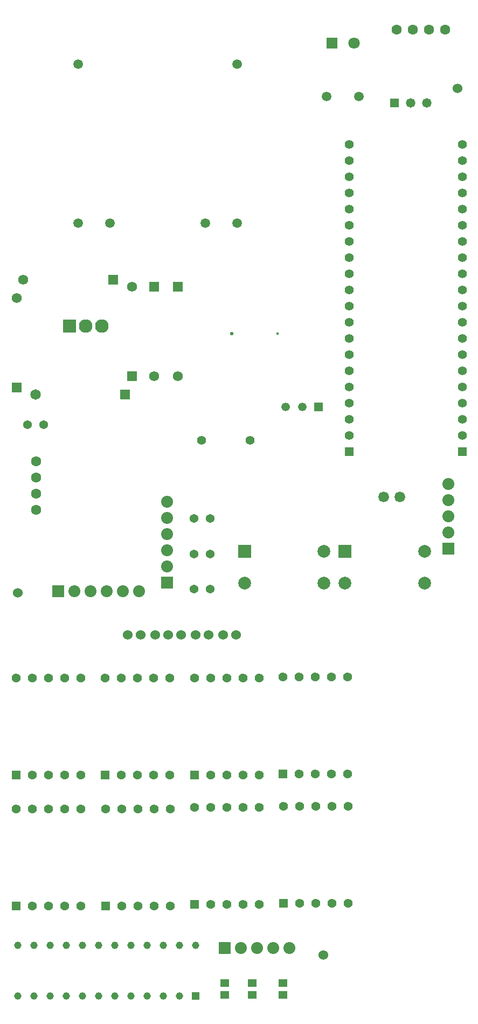
<source format=gbr>
%TF.GenerationSoftware,Altium Limited,Altium Designer,24.3.1 (35)*%
G04 Layer_Color=255*
%FSLAX25Y25*%
%MOIN*%
%TF.SameCoordinates,1C50E6C9-DA4A-4B26-87AC-B265A0C711DB*%
%TF.FilePolarity,Positive*%
%TF.FileFunction,Pads,Bot*%
%TF.Part,Single*%
G01*
G75*
%TA.AperFunction,SMDPad,CuDef*%
%ADD10R,0.05709X0.04528*%
%TA.AperFunction,ComponentPad*%
%ADD17R,0.04567X0.04567*%
%ADD18C,0.04567*%
%ADD19R,0.05610X0.05610*%
%ADD20C,0.05610*%
%TA.AperFunction,WasherPad*%
%ADD21C,0.06000*%
%TA.AperFunction,ComponentPad*%
%ADD22C,0.07382*%
%ADD23R,0.07382X0.07382*%
%ADD24R,0.07382X0.07382*%
%ADD25R,0.05248X0.05248*%
%ADD26C,0.05248*%
%ADD27C,0.05543*%
%ADD28C,0.05800*%
%ADD29R,0.05800X0.05800*%
%ADD30C,0.06614*%
%ADD31C,0.06319*%
%ADD32R,0.05543X0.05543*%
%ADD33R,0.07874X0.07874*%
%ADD34C,0.07874*%
%ADD35C,0.05374*%
%ADD36C,0.02284*%
%ADD37C,0.01772*%
%ADD38C,0.06201*%
%ADD39R,0.06201X0.06201*%
%ADD40R,0.06496X0.06496*%
%ADD41C,0.06496*%
%ADD42C,0.08386*%
%ADD43R,0.08386X0.08386*%
%ADD44R,0.06201X0.06201*%
%ADD45C,0.05906*%
%ADD46C,0.07087*%
%ADD47R,0.07087X0.07087*%
D10*
X158000Y20543D02*
D03*
Y13457D02*
D03*
X141000Y20587D02*
D03*
Y13500D02*
D03*
X177000Y20543D02*
D03*
Y13457D02*
D03*
D17*
X123000Y12740D02*
D03*
D18*
X113000D02*
D03*
X103000D02*
D03*
X93000D02*
D03*
X83000D02*
D03*
X73000D02*
D03*
X63000D02*
D03*
X53000D02*
D03*
X43000D02*
D03*
X33000D02*
D03*
X23000D02*
D03*
X13000D02*
D03*
Y44000D02*
D03*
X23000D02*
D03*
X33000D02*
D03*
X43000D02*
D03*
X53000D02*
D03*
X63000D02*
D03*
X73000D02*
D03*
X83000D02*
D03*
X93000D02*
D03*
X103000D02*
D03*
X113000D02*
D03*
X123000D02*
D03*
D19*
X12000Y68500D02*
D03*
X67500D02*
D03*
X177500Y70000D02*
D03*
X122500Y69500D02*
D03*
X177000Y150000D02*
D03*
X12000Y149500D02*
D03*
X122500D02*
D03*
X67000D02*
D03*
D20*
X22000Y68500D02*
D03*
X32000D02*
D03*
X42000D02*
D03*
X52000D02*
D03*
Y128500D02*
D03*
X42000D02*
D03*
X32000D02*
D03*
X22000D02*
D03*
X12000D02*
D03*
X77500Y68500D02*
D03*
X87500D02*
D03*
X97500D02*
D03*
X107500D02*
D03*
Y128500D02*
D03*
X97500D02*
D03*
X87500D02*
D03*
X77500D02*
D03*
X67500D02*
D03*
X187500Y70000D02*
D03*
X197500D02*
D03*
X207500D02*
D03*
X217500D02*
D03*
Y130000D02*
D03*
X207500D02*
D03*
X197500D02*
D03*
X187500D02*
D03*
X177500D02*
D03*
X132500Y69500D02*
D03*
X142500D02*
D03*
X152500D02*
D03*
X162500D02*
D03*
Y129500D02*
D03*
X152500D02*
D03*
X142500D02*
D03*
X132500D02*
D03*
X122500D02*
D03*
X187000Y150000D02*
D03*
X197000D02*
D03*
X207000D02*
D03*
X217000D02*
D03*
Y210000D02*
D03*
X207000D02*
D03*
X197000D02*
D03*
X187000D02*
D03*
X177000D02*
D03*
X22000Y149500D02*
D03*
X32000D02*
D03*
X42000D02*
D03*
X52000D02*
D03*
Y209500D02*
D03*
X42000D02*
D03*
X32000D02*
D03*
X22000D02*
D03*
X12000D02*
D03*
X132500Y149500D02*
D03*
X142500D02*
D03*
X152500D02*
D03*
X162500D02*
D03*
Y209500D02*
D03*
X152500D02*
D03*
X142500D02*
D03*
X132500D02*
D03*
X122500D02*
D03*
X77000Y149500D02*
D03*
X87000D02*
D03*
X97000D02*
D03*
X107000D02*
D03*
Y209500D02*
D03*
X97000D02*
D03*
X87000D02*
D03*
X77000D02*
D03*
X67000D02*
D03*
D21*
X140000Y236000D02*
D03*
X123000D02*
D03*
X89000D02*
D03*
X106000D02*
D03*
X81000D02*
D03*
X114000D02*
D03*
X98000D02*
D03*
X131000D02*
D03*
X148000D02*
D03*
X202000Y38000D02*
D03*
X13000Y262000D02*
D03*
X285000Y574000D02*
D03*
D22*
X181000Y42500D02*
D03*
X171000D02*
D03*
X161000D02*
D03*
X151000D02*
D03*
X279500Y329345D02*
D03*
Y319345D02*
D03*
Y309345D02*
D03*
Y299345D02*
D03*
X105500Y278500D02*
D03*
Y288500D02*
D03*
Y298500D02*
D03*
Y308500D02*
D03*
Y318500D02*
D03*
X48000Y263000D02*
D03*
X58000D02*
D03*
X68000D02*
D03*
X78000D02*
D03*
X88000D02*
D03*
D23*
X141000Y42500D02*
D03*
X38000Y263000D02*
D03*
D24*
X279500Y289345D02*
D03*
X105500Y268500D02*
D03*
D25*
X199236Y377000D02*
D03*
D26*
X189000D02*
D03*
X178764D02*
D03*
D27*
X126961Y356500D02*
D03*
X156961D02*
D03*
X218000Y439500D02*
D03*
Y449500D02*
D03*
Y429500D02*
D03*
Y419500D02*
D03*
Y409500D02*
D03*
Y399500D02*
D03*
Y389500D02*
D03*
Y379500D02*
D03*
Y369500D02*
D03*
Y359500D02*
D03*
Y459500D02*
D03*
Y469500D02*
D03*
Y479500D02*
D03*
Y489500D02*
D03*
Y499500D02*
D03*
Y509500D02*
D03*
Y519500D02*
D03*
Y529500D02*
D03*
Y539500D02*
D03*
X288000Y439500D02*
D03*
Y449500D02*
D03*
Y429500D02*
D03*
Y419500D02*
D03*
Y409500D02*
D03*
Y399500D02*
D03*
Y389500D02*
D03*
Y379500D02*
D03*
Y369500D02*
D03*
Y359500D02*
D03*
Y459500D02*
D03*
Y469500D02*
D03*
Y479500D02*
D03*
Y489500D02*
D03*
Y499500D02*
D03*
Y509500D02*
D03*
Y519500D02*
D03*
Y529500D02*
D03*
Y539500D02*
D03*
D28*
X266000Y565000D02*
D03*
X256000D02*
D03*
D29*
X246000D02*
D03*
D30*
X249500Y321500D02*
D03*
X239500D02*
D03*
D31*
X277500Y610500D02*
D03*
X267500D02*
D03*
X257500D02*
D03*
X247500D02*
D03*
X24500Y343500D02*
D03*
Y333500D02*
D03*
Y323500D02*
D03*
Y313500D02*
D03*
D32*
X218000Y349500D02*
D03*
X288000D02*
D03*
D33*
X215500Y287726D02*
D03*
X153394Y287840D02*
D03*
D34*
X264713Y287726D02*
D03*
X215500Y268041D02*
D03*
X264713D02*
D03*
X202606Y287840D02*
D03*
X153394Y268155D02*
D03*
X202606D02*
D03*
D35*
X122000Y264266D02*
D03*
X132000D02*
D03*
X122000Y308000D02*
D03*
X132000D02*
D03*
X122000Y286133D02*
D03*
X132000D02*
D03*
X19000Y366000D02*
D03*
X29000D02*
D03*
D36*
X145442Y422500D02*
D03*
D37*
X173985D02*
D03*
D38*
X112000Y396000D02*
D03*
X83810Y451500D02*
D03*
X97500Y395988D02*
D03*
X12500Y444431D02*
D03*
X16500Y455716D02*
D03*
D39*
X112000Y451512D02*
D03*
X83810Y395988D02*
D03*
X97500Y451500D02*
D03*
X12500Y388919D02*
D03*
D40*
X79512Y384700D02*
D03*
D41*
X24000D02*
D03*
D42*
X65191Y427000D02*
D03*
X55152D02*
D03*
D43*
X45112D02*
D03*
D44*
X72012Y455716D02*
D03*
D45*
X224000Y569000D02*
D03*
X204000D02*
D03*
X50500Y589000D02*
D03*
X148925D02*
D03*
Y490575D02*
D03*
X129240D02*
D03*
X70185D02*
D03*
X50500D02*
D03*
D46*
X221280Y602000D02*
D03*
D47*
X207500D02*
D03*
%TF.MD5,f4afc17c692bc8d53c7429cf68331d5b*%
M02*

</source>
